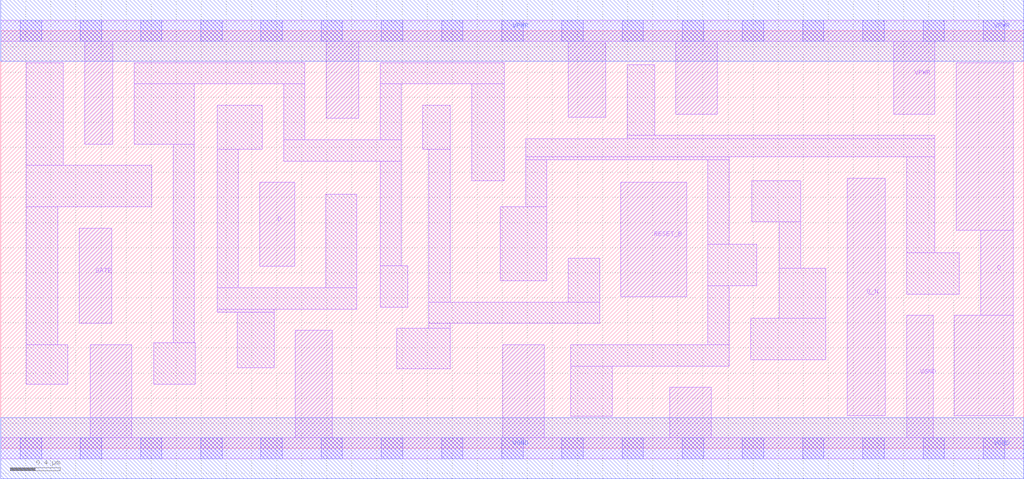
<source format=lef>
# Copyright 2020 The SkyWater PDK Authors
#
# Licensed under the Apache License, Version 2.0 (the "License");
# you may not use this file except in compliance with the License.
# You may obtain a copy of the License at
#
#     https://www.apache.org/licenses/LICENSE-2.0
#
# Unless required by applicable law or agreed to in writing, software
# distributed under the License is distributed on an "AS IS" BASIS,
# WITHOUT WARRANTIES OR CONDITIONS OF ANY KIND, either express or implied.
# See the License for the specific language governing permissions and
# limitations under the License.
#
# SPDX-License-Identifier: Apache-2.0

VERSION 5.7 ;
  NAMESCASESENSITIVE ON ;
  NOWIREEXTENSIONATPIN ON ;
  DIVIDERCHAR "/" ;
  BUSBITCHARS "[]" ;
UNITS
  DATABASE MICRONS 200 ;
END UNITS
MACRO sky130_fd_sc_lp__dlrbp_1
  CLASS CORE ;
  SOURCE USER ;
  FOREIGN sky130_fd_sc_lp__dlrbp_1 ;
  ORIGIN  0.000000  0.000000 ;
  SIZE  8.160000 BY  3.330000 ;
  SYMMETRY X Y R90 ;
  SITE unit ;
  PIN D
    ANTENNAGATEAREA  0.159000 ;
    DIRECTION INPUT ;
    USE SIGNAL ;
    PORT
      LAYER li1 ;
        RECT 2.065000 1.450000 2.345000 2.120000 ;
    END
  END D
  PIN Q
    ANTENNADIFFAREA  0.564900 ;
    DIRECTION OUTPUT ;
    USE SIGNAL ;
    PORT
      LAYER li1 ;
        RECT 7.605000 0.260000 8.075000 1.060000 ;
        RECT 7.620000 1.740000 8.075000 3.075000 ;
        RECT 7.815000 1.060000 8.075000 1.740000 ;
    END
  END Q
  PIN Q_N
    ANTENNADIFFAREA  0.556500 ;
    DIRECTION OUTPUT ;
    USE SIGNAL ;
    PORT
      LAYER li1 ;
        RECT 6.750000 0.260000 7.055000 2.155000 ;
    END
  END Q_N
  PIN RESET_B
    ANTENNAGATEAREA  0.315000 ;
    DIRECTION INPUT ;
    USE SIGNAL ;
    PORT
      LAYER li1 ;
        RECT 4.945000 1.210000 5.470000 2.120000 ;
    END
  END RESET_B
  PIN GATE
    ANTENNAGATEAREA  0.159000 ;
    DIRECTION INPUT ;
    USE CLOCK ;
    PORT
      LAYER li1 ;
        RECT 0.625000 0.995000 0.885000 1.755000 ;
    END
  END GATE
  PIN VGND
    DIRECTION INOUT ;
    USE GROUND ;
    PORT
      LAYER li1 ;
        RECT 0.000000 -0.085000 8.160000 0.085000 ;
        RECT 0.715000  0.085000 1.045000 0.825000 ;
        RECT 2.350000  0.085000 2.645000 0.940000 ;
        RECT 4.005000  0.085000 4.335000 0.825000 ;
        RECT 5.335000  0.085000 5.665000 0.485000 ;
        RECT 7.225000  0.085000 7.435000 1.060000 ;
      LAYER mcon ;
        RECT 0.155000 -0.085000 0.325000 0.085000 ;
        RECT 0.635000 -0.085000 0.805000 0.085000 ;
        RECT 1.115000 -0.085000 1.285000 0.085000 ;
        RECT 1.595000 -0.085000 1.765000 0.085000 ;
        RECT 2.075000 -0.085000 2.245000 0.085000 ;
        RECT 2.555000 -0.085000 2.725000 0.085000 ;
        RECT 3.035000 -0.085000 3.205000 0.085000 ;
        RECT 3.515000 -0.085000 3.685000 0.085000 ;
        RECT 3.995000 -0.085000 4.165000 0.085000 ;
        RECT 4.475000 -0.085000 4.645000 0.085000 ;
        RECT 4.955000 -0.085000 5.125000 0.085000 ;
        RECT 5.435000 -0.085000 5.605000 0.085000 ;
        RECT 5.915000 -0.085000 6.085000 0.085000 ;
        RECT 6.395000 -0.085000 6.565000 0.085000 ;
        RECT 6.875000 -0.085000 7.045000 0.085000 ;
        RECT 7.355000 -0.085000 7.525000 0.085000 ;
        RECT 7.835000 -0.085000 8.005000 0.085000 ;
      LAYER met1 ;
        RECT 0.000000 -0.245000 8.160000 0.245000 ;
    END
  END VGND
  PIN VPWR
    DIRECTION INOUT ;
    USE POWER ;
    PORT
      LAYER li1 ;
        RECT 0.000000 3.245000 8.160000 3.415000 ;
        RECT 0.670000 2.425000 0.895000 3.245000 ;
        RECT 2.595000 2.630000 2.855000 3.245000 ;
        RECT 4.525000 2.640000 4.825000 3.245000 ;
        RECT 5.385000 2.665000 5.715000 3.245000 ;
        RECT 7.120000 2.665000 7.450000 3.245000 ;
      LAYER mcon ;
        RECT 0.155000 3.245000 0.325000 3.415000 ;
        RECT 0.635000 3.245000 0.805000 3.415000 ;
        RECT 1.115000 3.245000 1.285000 3.415000 ;
        RECT 1.595000 3.245000 1.765000 3.415000 ;
        RECT 2.075000 3.245000 2.245000 3.415000 ;
        RECT 2.555000 3.245000 2.725000 3.415000 ;
        RECT 3.035000 3.245000 3.205000 3.415000 ;
        RECT 3.515000 3.245000 3.685000 3.415000 ;
        RECT 3.995000 3.245000 4.165000 3.415000 ;
        RECT 4.475000 3.245000 4.645000 3.415000 ;
        RECT 4.955000 3.245000 5.125000 3.415000 ;
        RECT 5.435000 3.245000 5.605000 3.415000 ;
        RECT 5.915000 3.245000 6.085000 3.415000 ;
        RECT 6.395000 3.245000 6.565000 3.415000 ;
        RECT 6.875000 3.245000 7.045000 3.415000 ;
        RECT 7.355000 3.245000 7.525000 3.415000 ;
        RECT 7.835000 3.245000 8.005000 3.415000 ;
      LAYER met1 ;
        RECT 0.000000 3.085000 8.160000 3.575000 ;
    END
  END VPWR
  OBS
    LAYER li1 ;
      RECT 0.205000 0.510000 0.535000 0.825000 ;
      RECT 0.205000 0.825000 0.455000 1.925000 ;
      RECT 0.205000 1.925000 1.205000 2.255000 ;
      RECT 0.205000 2.255000 0.500000 3.075000 ;
      RECT 1.065000 2.425000 1.545000 2.905000 ;
      RECT 1.065000 2.905000 2.425000 3.075000 ;
      RECT 1.220000 0.510000 1.550000 0.840000 ;
      RECT 1.375000 0.840000 1.545000 2.425000 ;
      RECT 1.725000 1.085000 2.180000 1.110000 ;
      RECT 1.725000 1.110000 2.840000 1.280000 ;
      RECT 1.725000 1.280000 1.895000 2.385000 ;
      RECT 1.725000 2.385000 2.085000 2.735000 ;
      RECT 1.885000 0.640000 2.180000 1.085000 ;
      RECT 2.255000 2.290000 3.195000 2.460000 ;
      RECT 2.255000 2.460000 2.425000 2.905000 ;
      RECT 2.590000 1.280000 2.840000 2.025000 ;
      RECT 3.025000 1.125000 3.245000 1.455000 ;
      RECT 3.025000 1.455000 3.195000 2.290000 ;
      RECT 3.025000 2.460000 3.195000 2.905000 ;
      RECT 3.025000 2.905000 4.015000 3.075000 ;
      RECT 3.160000 0.635000 3.585000 0.955000 ;
      RECT 3.365000 2.385000 3.585000 2.735000 ;
      RECT 3.415000 0.955000 3.585000 0.995000 ;
      RECT 3.415000 0.995000 4.775000 1.165000 ;
      RECT 3.415000 1.165000 3.585000 2.385000 ;
      RECT 3.755000 2.135000 4.015000 2.905000 ;
      RECT 3.985000 1.335000 4.355000 1.925000 ;
      RECT 4.185000 1.925000 4.355000 2.300000 ;
      RECT 4.185000 2.300000 5.810000 2.325000 ;
      RECT 4.185000 2.325000 7.450000 2.470000 ;
      RECT 4.525000 1.165000 4.775000 1.515000 ;
      RECT 4.545000 0.255000 4.875000 0.655000 ;
      RECT 4.545000 0.655000 5.810000 0.825000 ;
      RECT 4.995000 2.470000 7.450000 2.495000 ;
      RECT 4.995000 2.495000 5.215000 3.060000 ;
      RECT 5.640000 0.825000 5.810000 1.295000 ;
      RECT 5.640000 1.295000 6.030000 1.625000 ;
      RECT 5.640000 1.625000 5.810000 2.300000 ;
      RECT 5.980000 0.705000 6.580000 1.035000 ;
      RECT 5.990000 1.805000 6.380000 2.135000 ;
      RECT 6.210000 1.035000 6.580000 1.435000 ;
      RECT 6.210000 1.435000 6.380000 1.805000 ;
      RECT 7.225000 1.230000 7.645000 1.560000 ;
      RECT 7.225000 1.560000 7.450000 2.325000 ;
  END
END sky130_fd_sc_lp__dlrbp_1

</source>
